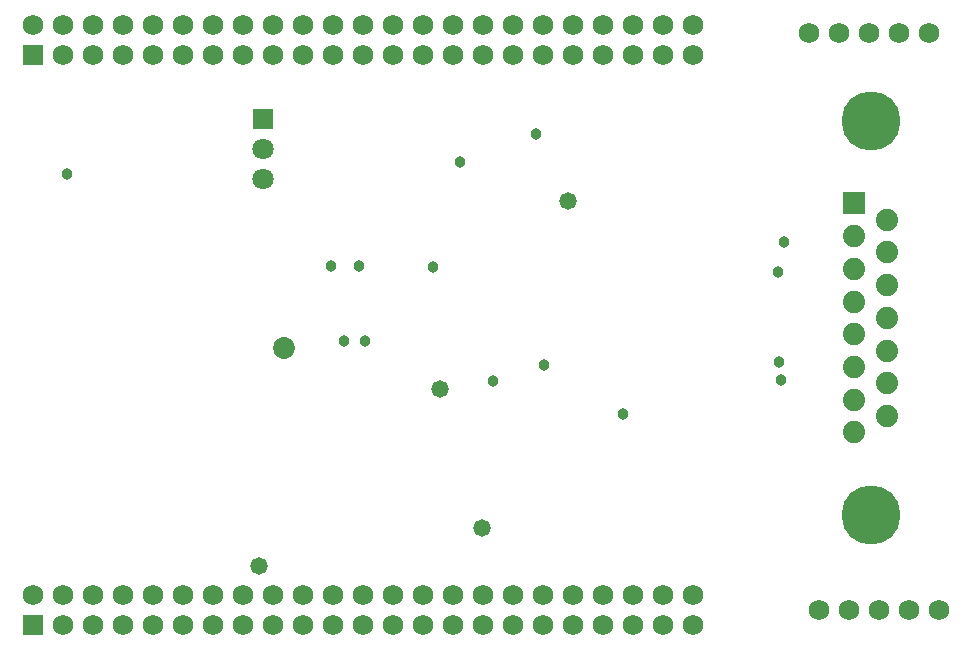
<source format=gbs>
%FSTAX23Y23*%
%MOIN*%
%SFA1B1*%

%IPPOS*%
%ADD51C,0.074500*%
%ADD52C,0.068000*%
%ADD53R,0.071000X0.071000*%
%ADD54C,0.071000*%
%ADD55R,0.068000X0.068000*%
%ADD56C,0.197000*%
%ADD57R,0.074500X0.074500*%
%ADD58C,0.038000*%
%ADD59C,0.058000*%
%ADD60C,0.073000*%
%LNhvcape-1*%
%LPD*%
G54D51*
X05154Y02748D03*
Y02857D03*
X05043Y03021D03*
X05154Y03294D03*
Y02966D03*
Y03076D03*
X05043Y02694D03*
Y02803D03*
Y02912D03*
Y0313D03*
X05154Y03185D03*
X05043Y03239D03*
Y03348D03*
X05154Y03403D03*
G54D52*
X05328Y02101D03*
X05228D03*
X05128D03*
X05028D03*
X04928D03*
X05293Y04026D03*
X05193D03*
X05093D03*
X04993D03*
X04893D03*
X04508Y04051D03*
X04408D03*
X04308D03*
X04208D03*
X04108D03*
X04008D03*
X03908D03*
X03808D03*
X03708D03*
X03608D03*
X03508D03*
X03408D03*
X03308D03*
X03208D03*
X03108D03*
X03008D03*
X02908D03*
X02808D03*
X02708D03*
X02608D03*
X02508D03*
X02408D03*
X02308D03*
X04508Y03951D03*
X04408D03*
X04308D03*
X04208D03*
X04108D03*
X04008D03*
X03908D03*
X03808D03*
X03708D03*
X03608D03*
X03508D03*
X03408D03*
X03308D03*
X03208D03*
X03108D03*
X03008D03*
X02908D03*
X02808D03*
X02708D03*
X02608D03*
X02508D03*
X02408D03*
Y02051D03*
X02508D03*
X02608D03*
X02708D03*
X02808D03*
X02908D03*
X03008D03*
X03108D03*
X03208D03*
X03308D03*
X03408D03*
X03508D03*
X03608D03*
X03708D03*
X03808D03*
X03908D03*
X04008D03*
X04108D03*
X04208D03*
X04308D03*
X04408D03*
X04508D03*
X02308Y02151D03*
X02408D03*
X02508D03*
X02608D03*
X02708D03*
X02808D03*
X02908D03*
X03008D03*
X03108D03*
X03208D03*
X03308D03*
X03408D03*
X03508D03*
X03608D03*
X03708D03*
X03808D03*
X03908D03*
X04008D03*
X04108D03*
X04208D03*
X04308D03*
X04408D03*
X04508D03*
G54D53*
X03074Y03738D03*
G54D54*
X03074Y03638D03*
Y03538D03*
G54D55*
X02308Y03951D03*
Y02051D03*
G54D56*
X05099Y0242D03*
Y03731D03*
G54D57*
X05043Y03457D03*
G54D58*
X04795Y0293D03*
X048Y0287D03*
X033Y0325D03*
X03415Y03D03*
X03395Y0325D03*
X03345Y03D03*
X04275Y02755D03*
X03982Y03687D03*
X0242Y03555D03*
X0373Y03595D03*
X0401Y0292D03*
X0384Y02865D03*
X0364Y03245D03*
X0479Y0323D03*
X0481Y0333D03*
G54D59*
X0306Y0225D03*
X03665Y0284D03*
X0409Y03465D03*
X03805Y02375D03*
G54D60*
X03145Y02975D03*
M02*
</source>
